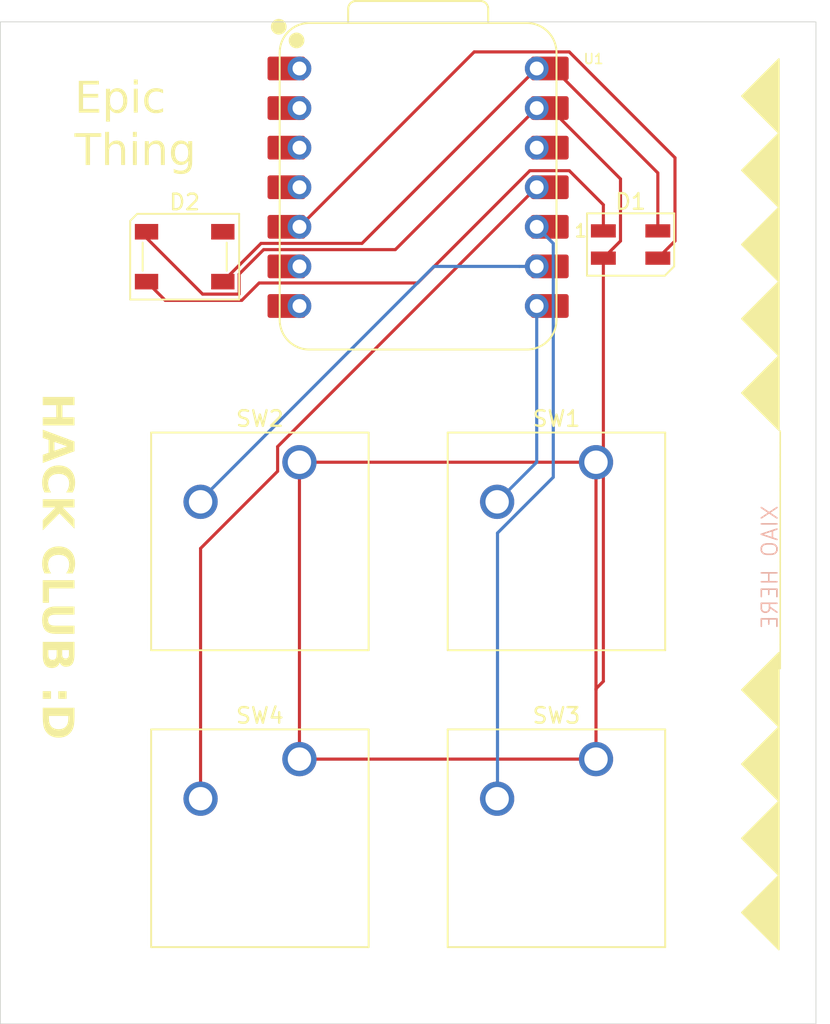
<source format=kicad_pcb>
(kicad_pcb (version 20241229) (generator "pcbnew") (generator_version "9.0")
  (layers (0 "F.Cu" signal) (2 "B.Cu" signal) (13 "F.Paste" user) (15 "B.Paste" user) (5 "F.SilkS" user "F.Silkscreen") (7 "B.SilkS" user "B.Silkscreen") (1 "F.Mask" user) (3 "B.Mask" user) (25 "Edge.Cuts" user))
  (net 0 "")
  (net 1 "+5V")
  (net 2 "Net-(D1-DOUT)")
  (net 3 "Net-(D1-DIN)")
  (net 4 "GND")
  (net 6 "Net-(U1-GPIO1{slash}RX)")
  (net 7 "Net-(U1-GPIO2{slash}SCK)")
  (net 8 "Net-(U1-GPIO4{slash}MISO)")
  (net 9 "Net-(U1-GPIO3{slash}MOSI)")
  (footprint "Button_Switch_Keyboard:SW_Cherry_MX_1.00u_PCB" (layer "F.Cu") (at 131.1275 99.695)
    (property "Reference" "SW4" (at -2.54 -2.794 0) (layer "F.SilkS"))
    (property "Value" "SW_Push")
    (fp_line (start -9.525 -1.905) (end 4.445 -1.905) (stroke (width 0.12)) (layer "F.SilkS"))
    (fp_line (start -9.525 12.065) (end -9.525 -1.905) (stroke (width 0.12)) (layer "F.SilkS"))
    (fp_line (start 4.445 -1.905) (end 4.445 12.065) (stroke (width 0.12)) (layer "F.SilkS"))
    (fp_line (start 4.445 12.065) (end -9.525 12.065) (stroke (width 0.12)) (layer "F.SilkS"))
    (pad "" np_thru_hole circle (at -7.62 5.08) (size 1.7 1.7) (drill 1.7) (layers "*.Cu" "*.Mask"))
    (pad "" np_thru_hole circle (at -2.54 5.08) (size 4 4) (drill 4) (layers "*.Cu" "*.Mask"))
    (pad "" np_thru_hole circle (at 2.54 5.08) (size 1.7 1.7) (drill 1.7) (layers "*.Cu" "*.Mask"))
    (pad "1" thru_hole circle (at 0 0) (size 2.2 2.2) (drill 1.5) (layers "*.Cu" "*.Mask") (net 4 "GND"))
    (pad "2" thru_hole circle (at -6.35 2.54) (size 2.2 2.2) (drill 1.5) (layers "*.Cu" "*.Mask") (net 9 "Net-(U1-GPIO3{slash}MOSI)"))
  )
  (footprint "LED_SMD:LED_SK6812_PLCC4_5.0x5.0mm_P3.2mm" (layer "F.Cu") (at 123.75625 67.45625)
    (property "Reference" "D2" (at 0 -3.5 0) (layer "F.SilkS"))
    (property "Value" "SK6812")
    (fp_line (start -3.5 -2.3) (end -3.5 2.75) (stroke (width 0.12)) (layer "F.SilkS"))
    (fp_line (start -3.05 -2.75) (end -3.5 -2.3) (stroke (width 0.12)) (layer "F.SilkS"))
    (fp_line (start -2.7 -0.9) (end -2.7 0.9) (stroke (width 0.12)) (layer "F.SilkS"))
    (fp_line (start 2.7 -0.9) (end 2.7 0.9) (stroke (width 0.12)) (layer "F.SilkS"))
    (fp_line (start 3.5 -2.75) (end -3.05 -2.75) (stroke (width 0.12)) (layer "F.SilkS"))
    (fp_line (start 3.5 2.75) (end -3.5 2.75) (stroke (width 0.12)) (layer "F.SilkS"))
    (fp_line (start 3.5 2.75) (end 3.5 -2.75) (stroke (width 0.12)) (layer "F.SilkS"))
    (pad "1" smd rect (at -2.45 -1.6 180) (size 1.5 1) (layers "F.Cu" "F.Mask" "F.Paste") (net 4 "GND"))
    (pad "2" smd rect (at -2.45 1.6 180) (size 1.5 1) (layers "F.Cu" "F.Mask" "F.Paste") (net 2 "Net-(D1-DOUT)"))
    (pad "3" smd rect (at 2.45 1.6 180) (size 1.5 1) (layers "F.Cu" "F.Mask" "F.Paste") (net 1 "+5V"))
    (pad "4" smd rect (at 2.45 -1.6 180) (size 1.5 1) (layers "F.Cu" "F.Mask" "F.Paste"))
  )
  (footprint "LED_SMD:LED_SK6812MINI_PLCC4_3.5x3.5mm_P1.75mm" (layer "F.Cu") (at 152.4 66.675)
    (property "Reference" "D1" (at 0 -2.75 0) (layer "F.SilkS"))
    (property "Value" "SK6812MINI")
    (fp_line (start -2.8 -2) (end -2.8 2) (stroke (width 0.12)) (layer "F.SilkS"))
    (fp_line (start -2.8 -2) (end 2.8 -2) (stroke (width 0.12)) (layer "F.SilkS"))
    (fp_line (start -2.8 2) (end 2.2 2) (stroke (width 0.12)) (layer "F.SilkS"))
    (fp_line (start 2.8 1.4) (end 2.2 2) (stroke (width 0.12)) (layer "F.SilkS"))
    (fp_line (start 2.8 1.4) (end 2.8 -2) (stroke (width 0.12)) (layer "F.SilkS"))
    (fp_text user "1" (at -3.2 -0.875 0) (layer "F.SilkS") (effects (font (size 0.8 0.8))))
    (pad "1" smd rect (at -1.75 -0.875) (size 1.6 0.85) (layers "F.Cu" "F.Mask" "F.Paste") (net 2 "Net-(D1-DOUT)"))
    (pad "2" smd rect (at -1.75 0.875) (size 1.6 0.85) (layers "F.Cu" "F.Mask" "F.Paste") (net 4 "GND"))
    (pad "3" smd rect (at 1.75 0.875) (size 1.6 0.85) (layers "F.Cu" "F.Mask" "F.Paste") (net 3 "Net-(D1-DIN)"))
    (pad "4" smd rect (at 1.75 -0.875) (size 1.6 0.85) (layers "F.Cu" "F.Mask" "F.Paste") (net 1 "+5V"))
  )
  (footprint "Button_Switch_Keyboard:SW_Cherry_MX_1.00u_PCB" (layer "F.Cu") (at 150.1775 99.695)
    (property "Reference" "SW3" (at -2.54 -2.794 0) (layer "F.SilkS"))
    (property "Value" "SW_Push")
    (fp_line (start -9.525 -1.905) (end 4.445 -1.905) (stroke (width 0.12)) (layer "F.SilkS"))
    (fp_line (start -9.525 12.065) (end -9.525 -1.905) (stroke (width 0.12)) (layer "F.SilkS"))
    (fp_line (start 4.445 -1.905) (end 4.445 12.065) (stroke (width 0.12)) (layer "F.SilkS"))
    (fp_line (start 4.445 12.065) (end -9.525 12.065) (stroke (width 0.12)) (layer "F.SilkS"))
    (pad "" np_thru_hole circle (at -7.62 5.08) (size 1.7 1.7) (drill 1.7) (layers "*.Cu" "*.Mask"))
    (pad "" np_thru_hole circle (at -2.54 5.08) (size 4 4) (drill 4) (layers "*.Cu" "*.Mask"))
    (pad "" np_thru_hole circle (at 2.54 5.08) (size 1.7 1.7) (drill 1.7) (layers "*.Cu" "*.Mask"))
    (pad "1" thru_hole circle (at 0 0) (size 2.2 2.2) (drill 1.5) (layers "*.Cu" "*.Mask") (net 4 "GND"))
    (pad "2" thru_hole circle (at -6.35 2.54) (size 2.2 2.2) (drill 1.5) (layers "*.Cu" "*.Mask") (net 8 "Net-(U1-GPIO4{slash}MISO)"))
  )
  (footprint "Button_Switch_Keyboard:SW_Cherry_MX_1.00u_PCB" (layer "F.Cu") (at 150.1775 80.645)
    (property "Reference" "SW1" (at -2.54 -2.794 0) (layer "F.SilkS"))
    (property "Value" "SW_Push")
    (fp_line (start -9.525 -1.905) (end 4.445 -1.905) (stroke (width 0.12)) (layer "F.SilkS"))
    (fp_line (start -9.525 12.065) (end -9.525 -1.905) (stroke (width 0.12)) (layer "F.SilkS"))
    (fp_line (start 4.445 -1.905) (end 4.445 12.065) (stroke (width 0.12)) (layer "F.SilkS"))
    (fp_line (start 4.445 12.065) (end -9.525 12.065) (stroke (width 0.12)) (layer "F.SilkS"))
    (pad "" np_thru_hole circle (at -7.62 5.08) (size 1.7 1.7) (drill 1.7) (layers "*.Cu" "*.Mask"))
    (pad "" np_thru_hole circle (at -2.54 5.08) (size 4 4) (drill 4) (layers "*.Cu" "*.Mask"))
    (pad "" np_thru_hole circle (at 2.54 5.08) (size 1.7 1.7) (drill 1.7) (layers "*.Cu" "*.Mask"))
    (pad "1" thru_hole circle (at 0 0) (size 2.2 2.2) (drill 1.5) (layers "*.Cu" "*.Mask") (net 4 "GND"))
    (pad "2" thru_hole circle (at -6.35 2.54) (size 2.2 2.2) (drill 1.5) (layers "*.Cu" "*.Mask") (net 6 "Net-(U1-GPIO1{slash}RX)"))
  )
  (footprint "i hate this:XIAO-RP2040-DIP" (layer "F.Cu") (at 138.75 63)
    (property "Reference" "U1" (at 11.26875 -8.23125 0) (layer "F.SilkS") (effects (font (size 0.635 0.635) (thickness 0.1016))))
    (property "Value" "XIAO-RP2040-DIP")
    (fp_line (start -8.89 8.509) (end -8.89 -8.636) (stroke (width 0.127)) (layer "F.SilkS"))
    (fp_line (start -6.985 10.414) (end 6.985 10.414) (stroke (width 0.127)) (layer "F.SilkS"))
    (fp_line (start -4.495 -10.541) (end -4.491272 -11.451272) (stroke (width 0.127)) (layer "F.SilkS"))
    (fp_line (start -3.991272 -11.951) (end 4.004 -11.951) (stroke (width 0.127)) (layer "F.SilkS"))
    (fp_line (start 4.504 -11.451) (end 4.504 -10.541) (stroke (width 0.127)) (layer "F.SilkS"))
    (fp_line (start 6.985 -10.541) (end -6.985 -10.541) (stroke (width 0.1)) (layer "F.SilkS"))
    (fp_line (start 6.985 -10.541) (end -6.985 -10.541) (stroke (width 0.127)) (layer "F.SilkS"))
    (fp_line (start 8.89 8.509) (end 8.89 -8.636) (stroke (width 0.127)) (layer "F.SilkS"))
    (fp_arc (start -8.89 -8.636) (mid -8.332038 -9.983038) (end -6.985 -10.541) (stroke (width 0.127)) (layer "F.SilkS"))
    (fp_arc (start -6.985 10.414) (mid -8.332038 9.856038) (end -8.89 8.509) (stroke (width 0.127)) (layer "F.SilkS"))
    (fp_arc (start -4.491272 -11.451272) (mid -4.344728 -11.80464) (end -3.991272 -11.951) (stroke (width 0.127)) (layer "F.SilkS"))
    (fp_arc (start 4.004 -11.951) (mid 4.357553 -11.804553) (end 4.504 -11.451) (stroke (width 0.127)) (layer "F.SilkS"))
    (fp_arc (start 6.985 -10.541) (mid 8.332038 -9.983038) (end 8.89 -8.636) (stroke (width 0.127)) (layer "F.SilkS"))
    (fp_arc (start 8.89 8.509) (mid 8.332038 9.856038) (end 6.985 10.414) (stroke (width 0.127)) (layer "F.SilkS"))
    (fp_circle (center -8.95 -10.3) (end -8.95 -10.554) (stroke (width 0.5)) (fill yes) (layer "F.SilkS"))
    (fp_circle (center -7.807 -9.42) (end -7.807 -9.674) (stroke (width 0.5)) (fill yes) (layer "F.SilkS"))
    (pad "1" smd roundrect (at -8.455 -7.62 180) (size 2.432 1.524) (layers "F.Cu" "F.Mask") (roundrect_rratio 0.1))
    (pad "1" thru_hole circle (at -7.62 -7.62 180) (size 1.524 1.524) (drill 0.889) (layers "*.Cu" "*.Mask"))
    (pad "2" smd roundrect (at -8.455 -5.08 180) (size 2.432 1.524) (layers "F.Cu" "F.Mask") (roundrect_rratio 0.1))
    (pad "2" thru_hole circle (at -7.62 -5.08 180) (size 1.524 1.524) (drill 0.889) (layers "*.Cu" "*.Mask"))
    (pad "3" smd roundrect (at -8.455 -2.54 180) (size 2.432 1.524) (layers "F.Cu" "F.Mask") (roundrect_rratio 0.1))
    (pad "3" thru_hole circle (at -7.62 -2.54 180) (size 1.524 1.524) (drill 0.889) (layers "*.Cu" "*.Mask"))
    (pad "4" smd roundrect (at -8.455 0 180) (size 2.432 1.524) (layers "F.Cu" "F.Mask") (roundrect_rratio 0.1))
    (pad "4" thru_hole circle (at -7.62 0 180) (size 1.524 1.524) (drill 0.889) (layers "*.Cu" "*.Mask"))
    (pad "5" smd roundrect (at -8.455 2.54 180) (size 2.432 1.524) (layers "F.Cu" "F.Mask") (roundrect_rratio 0.1) (net 3 "Net-(D1-DIN)"))
    (pad "5" thru_hole circle (at -7.62 2.54 180) (size 1.524 1.524) (drill 0.889) (layers "*.Cu" "*.Mask") (net 3 "Net-(D1-DIN)"))
    (pad "6" smd roundrect (at -8.455 5.08 180) (size 2.432 1.524) (layers "F.Cu" "F.Mask") (roundrect_rratio 0.1))
    (pad "6" thru_hole circle (at -7.62 5.08 180) (size 1.524 1.524) (drill 0.889) (layers "*.Cu" "*.Mask"))
    (pad "7" smd roundrect (at -8.455 7.62 180) (size 2.432 1.524) (layers "F.Cu" "F.Mask") (roundrect_rratio 0.1))
    (pad "7" thru_hole circle (at -7.62 7.62 180) (size 1.524 1.524) (drill 0.889) (layers "*.Cu" "*.Mask"))
    (pad "8" thru_hole circle (at 7.62 7.62) (size 1.524 1.524) (drill 0.889) (layers "*.Cu" "*.Mask") (net 6 "Net-(U1-GPIO1{slash}RX)"))
    (pad "8" smd roundrect (at 8.455 7.62) (size 2.432 1.524) (layers "F.Cu" "F.Mask") (roundrect_rratio 0.1) (net 6 "Net-(U1-GPIO1{slash}RX)"))
    (pad "9" thru_hole circle (at 7.62 5.08) (size 1.524 1.524) (drill 0.889) (layers "*.Cu" "*.Mask") (net 7 "Net-(U1-GPIO2{slash}SCK)"))
    (pad "9" smd roundrect (at 8.455 5.08) (size 2.432 1.524) (layers "F.Cu" "F.Mask") (roundrect_rratio 0.1) (net 7 "Net-(U1-GPIO2{slash}SCK)"))
    (pad "10" thru_hole circle (at 7.62 2.54) (size 1.524 1.524) (drill 0.889) (layers "*.Cu" "*.Mask") (net 8 "Net-(U1-GPIO4{slash}MISO)"))
    (pad "10" smd roundrect (at 8.455 2.54) (size 2.432 1.524) (layers "F.Cu" "F.Mask") (roundrect_rratio 0.1) (net 8 "Net-(U1-GPIO4{slash}MISO)"))
    (pad "11" thru_hole circle (at 7.62 0) (size 1.524 1.524) (drill 0.889) (layers "*.Cu" "*.Mask") (net 9 "Net-(U1-GPIO3{slash}MOSI)"))
    (pad "11" smd roundrect (at 8.455 0) (size 2.432 1.524) (layers "F.Cu" "F.Mask") (roundrect_rratio 0.1) (net 9 "Net-(U1-GPIO3{slash}MOSI)"))
    (pad "12" thru_hole circle (at 7.62 -2.54) (size 1.524 1.524) (drill 0.889) (layers "*.Cu" "*.Mask"))
    (pad "12" smd roundrect (at 8.455 -2.54) (size 2.432 1.524) (layers "F.Cu" "F.Mask") (roundrect_rratio 0.1))
    (pad "13" thru_hole circle (at 7.62 -5.08) (size 1.524 1.524) (drill 0.889) (layers "*.Cu" "*.Mask") (net 4 "GND"))
    (pad "13" smd roundrect (at 8.455 -5.08) (size 2.432 1.524) (layers "F.Cu" "F.Mask") (roundrect_rratio 0.1) (net 4 "GND"))
    (pad "14" thru_hole circle (at 7.62 -7.62) (size 1.524 1.524) (drill 0.889) (layers "*.Cu" "*.Mask") (net 1 "+5V"))
    (pad "14" smd roundrect (at 8.455 -7.62) (size 2.432 1.524) (layers "F.Cu" "F.Mask") (roundrect_rratio 0.1) (net 1 "+5V"))
  )
  (footprint "Button_Switch_Keyboard:SW_Cherry_MX_1.00u_PCB" (layer "F.Cu") (at 131.1275 80.645)
    (property "Reference" "SW2" (at -2.54 -2.794 0) (layer "F.SilkS"))
    (property "Value" "SW_Push")
    (fp_line (start -9.525 -1.905) (end 4.445 -1.905) (stroke (width 0.12)) (layer "F.SilkS"))
    (fp_line (start -9.525 12.065) (end -9.525 -1.905) (stroke (width 0.12)) (layer "F.SilkS"))
    (fp_line (start 4.445 -1.905) (end 4.445 12.065) (stroke (width 0.12)) (layer "F.SilkS"))
    (fp_line (start 4.445 12.065) (end -9.525 12.065) (stroke (width 0.12)) (layer "F.SilkS"))
    (pad "" np_thru_hole circle (at -7.62 5.08) (size 1.7 1.7) (drill 1.7) (layers "*.Cu" "*.Mask"))
    (pad "" np_thru_hole circle (at -2.54 5.08) (size 4 4) (drill 4) (layers "*.Cu" "*.Mask"))
    (pad "" np_thru_hole circle (at 2.54 5.08) (size 1.7 1.7) (drill 1.7) (layers "*.Cu" "*.Mask"))
    (pad "1" thru_hole circle (at 0 0) (size 2.2 2.2) (drill 1.5) (layers "*.Cu" "*.Mask") (net 4 "GND"))
    (pad "2" thru_hole circle (at -6.35 2.54) (size 2.2 2.2) (drill 1.5) (layers "*.Cu" "*.Mask") (net 7 "Net-(U1-GPIO2{slash}SCK)"))
  )
  (gr_poly (pts (xy 161.925 54.76875) (xy 159.54375 57.15) (xy 161.925 59.53125) (xy 159.54375 61.9125) (xy 161.925 64.29375) (xy 159.54375 66.675) (xy 161.925 69.05625) (xy 159.54375 71.4375) (xy 161.925 73.81875) (xy 159.54375 76.2) (xy 161.925 78.58125)) (stroke (width 0.1)) (fill yes) (layer "F.SilkS"))
  (gr_poly (pts (xy 161.925 92.86875) (xy 159.54375 95.25) (xy 161.925 97.63125) (xy 159.54375 100.0125) (xy 161.925 102.39375) (xy 159.54375 104.775) (xy 161.925 107.15625) (xy 159.54375 109.5375) (xy 161.925 111.91875)) (stroke (width 0.1)) (fill yes) (layer "F.SilkS"))
  (gr_rect (start 111.91875 52.3875) (end 164.30625 116.68125) (stroke (width 0.05)) (fill no) (layer "Edge.Cuts"))
  (gr_text "____________________" (at 161.925 78.58125 270) (layer "F.SilkS") (effects (font (size 3 1) (thickness 0.1)) (justify left bottom)))
  (gr_text "HACK CLUB :D" (at 114.3 76.2 270) (layer "F.SilkS") (effects (font (size 2 2) (thickness 0.2) (bold yes)) (justify left bottom)))
  (gr_text "Epic\nThing" (at 116.68125 61.9125 0) (layer "F.SilkS") (effects (font (size 2 2) (thickness 0.1)) (justify left bottom)))
  (gr_text "XIAO HERE" (at 161.925 83.34375 90) (layer "B.SilkS") (effects (font (size 1 1) (thickness 0.1)) (justify left bottom mirror)))
  (segment (start 154.15 62.08237) (end 154.15 65.8) (width 0.2) (layer "F.Cu") (net 1))
  (segment (start 135.147 66.603) (end 146.37 55.38) (width 0.2) (layer "F.Cu") (net 1))
  (segment (start 128.6595 66.603) (end 135.147 66.603) (width 0.2) (layer "F.Cu") (net 1))
  (segment (start 126.20625 69.05625) (end 128.6595 66.603) (width 0.2) (layer "F.Cu") (net 1))
  (segment (start 146.37 55.38) (end 147.44763 55.38) (width 0.2) (layer "F.Cu") (net 1))
  (segment (start 147.44763 55.38) (end 154.15 62.08237) (width 0.2) (layer "F.Cu") (net 1))
  (segment (start 127.42335 70.25825) (end 128.5386 69.143) (width 0.2) (layer "F.Cu") (net 2))
  (segment (start 122.50825 70.25825) (end 127.42335 70.25825) (width 0.2) (layer "F.Cu") (net 2))
  (segment (start 128.5386 69.143) (end 138.72369 69.143) (width 0.2) (layer "F.Cu") (net 2))
  (segment (start 145.92969 61.937) (end 148.460626 61.937) (width 0.2) (layer "F.Cu") (net 2))
  (segment (start 150.65 64.126374) (end 150.65 65.8) (width 0.2) (layer "F.Cu") (net 2))
  (segment (start 148.460626 61.937) (end 150.65 64.126374) (width 0.2) (layer "F.Cu") (net 2))
  (segment (start 138.72369 69.143) (end 145.92969 61.937) (width 0.2) (layer "F.Cu") (net 2))
  (segment (start 121.30625 69.05625) (end 122.50825 70.25825) (width 0.2) (layer "F.Cu") (net 2))
  (segment (start 148.460626 54.317) (end 142.353 54.317) (width 0.2) (layer "F.Cu") (net 3))
  (segment (start 154.15 67.55) (end 155.251 66.449) (width 0.2) (layer "F.Cu") (net 3))
  (segment (start 155.251 61.107374) (end 148.460626 54.317) (width 0.2) (layer "F.Cu") (net 3))
  (segment (start 155.251 66.449) (end 155.251 61.107374) (width 0.2) (layer "F.Cu") (net 3))
  (segment (start 142.353 54.317) (end 131.13 65.54) (width 0.2) (layer "F.Cu") (net 3))
  (segment (start 150.65 94.705) (end 150.65 67.55) (width 0.2) (layer "F.Cu") (net 4))
  (segment (start 151.751 62.466) (end 151.751 66.449) (width 0.2) (layer "F.Cu") (net 4))
  (segment (start 121.05 66) (end 124.90725 69.85725) (width 0.2) (layer "F.Cu") (net 4))
  (segment (start 151.751 66.449) (end 150.65 67.55) (width 0.2) (layer "F.Cu") (net 4))
  (segment (start 121.30625 65.85625) (end 121.1625 66) (width 0.2) (layer "F.Cu") (net 4))
  (segment (start 131.305 80.645) (end 150.1775 80.645) (width 0.2) (layer "F.Cu") (net 4))
  (segment (start 131.1275 80.645) (end 131.295 80.645) (width 0.2) (layer "F.Cu") (net 4))
  (segment (start 150.1775 95.25) (end 150.1775 95.1775) (width 0.2) (layer "F.Cu") (net 4))
  (segment (start 131.1275 99.8775) (end 131.15 99.9) (width 0.2) (layer "F.Cu") (net 4))
  (segment (start 131.3 80.65) (end 131.305 80.645) (width 0.2) (layer "F.Cu") (net 4))
  (segment (start 150.1775 81.0225) (end 150.1775 95.25) (width 0.2) (layer "F.Cu") (net 4))
  (segment (start 150.5 80.7) (end 150.1775 81.0225) (width 0.2) (layer "F.Cu") (net 4))
  (segment (start 131.1275 99.695) (end 150.1775 99.695) (width 0.2) (layer "F.Cu") (net 4))
  (segment (start 127.25725 69.85725) (end 127.25725 68.57235) (width 0.2) (layer "F.Cu") (net 4))
  (segment (start 150.445 80.645) (end 150.5 80.7) (width 0.2) (layer "F.Cu") (net 4))
  (segment (start 150.1775 95.25) (end 150.1775 99.695) (width 0.2) (layer "F.Cu") (net 4))
  (segment (start 124.90725 69.85725) (end 127.25725 69.85725) (width 0.2) (layer "F.Cu") (net 4))
  (segment (start 150.1775 80.645) (end 150.445 80.645) (width 0.2) (layer "F.Cu") (net 4))
  (segment (start 121.1625 66) (end 121.05 66) (width 0.2) (layer "F.Cu") (net 4))
  (segment (start 131.295 80.645) (end 131.3 80.65) (width 0.2) (layer "F.Cu") (net 4))
  (segment (start 147.205 57.92) (end 151.751 62.466) (width 0.2) (layer "F.Cu") (net 4))
  (segment (start 127.25725 68.57235) (end 128.8256 67.004) (width 0.2) (layer "F.Cu") (net 4))
  (segment (start 131.1275 99.8775) (end 131.1275 80.645) (width 0.2) (layer "F.Cu") (net 4))
  (segment (start 131.1275 99.695) (end 131.1275 99.8775) (width 0.2) (layer "F.Cu") (net 4))
  (segment (start 137.286 67.004) (end 146.37 57.92) (width 0.2) (layer "F.Cu") (net 4))
  (segment (start 150.1775 95.1775) (end 150.65 94.705) (width 0.2) (layer "F.Cu") (net 4))
  (segment (start 128.8256 67.004) (end 137.286 67.004) (width 0.2) (layer "F.Cu") (net 4))
  (segment (start 146.37 70.62) (end 146.37 80.6425) (width 0.2) (layer "B.Cu") (net 6))
  (segment (start 146.37 80.6425) (end 143.8275 83.185) (width 0.2) (layer "B.Cu") (net 6))
  (segment (start 124.7775 83.1275) (end 124.75 83.1) (width 0.2) (layer "B.Cu") (net 7))
  (segment (start 145.25625 68.08) (end 146.37 68.08) (width 0.2) (layer "B.Cu") (net 7))
  (segment (start 124.75 83.1) (end 139.77 68.08) (width 0.2) (layer "B.Cu") (net 7))
  (segment (start 124.7775 83.185) (end 124.7775 83.1275) (width 0.2) (layer "B.Cu") (net 7))
  (segment (start 139.77 68.08) (end 145.25625 68.08) (width 0.2) (layer "B.Cu") (net 7))
  (segment (start 147.433 81.605814) (end 147.433 66.603) (width 0.2) (layer "B.Cu") (net 8))
  (segment (start 143.8275 102.235) (end 143.85 102.2575) (width 0.2) (layer "B.Cu") (net 8))
  (segment (start 143.85 102.2575) (end 143.85 85.188814) (width 0.2) (layer "B.Cu") (net 8))
  (segment (start 147.433 66.603) (end 146.37 65.54) (width 0.2) (layer "B.Cu") (net 8))
  (segment (start 143.85 85.188814) (end 147.433 81.605814) (width 0.2) (layer "B.Cu") (net 8))
  (segment (start 124.7775 86.174314) (end 129.7265 81.225314) (width 0.2) (layer "F.Cu") (net 9))
  (segment (start 129.7265 81.225314) (end 129.7265 79.6435) (width 0.2) (layer "F.Cu") (net 9))
  (segment (start 129.7265 79.6435) (end 146.37 63) (width 0.2) (layer "F.Cu") (net 9))
  (segment (start 124.7775 102.235) (end 124.7775 86.174314) (width 0.2) (layer "F.Cu") (net 9))
)
</source>
